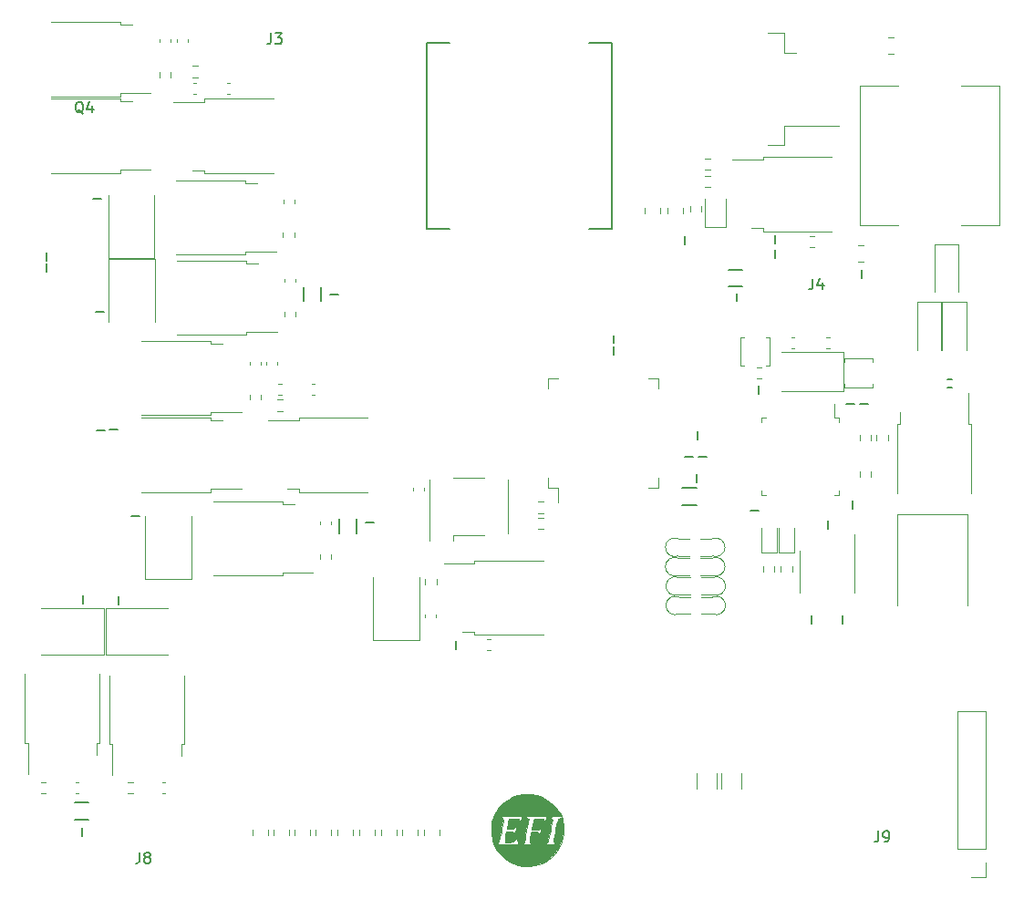
<source format=gbr>
%TF.GenerationSoftware,KiCad,Pcbnew,7.0.1*%
%TF.CreationDate,2024-06-21T04:11:25+03:00*%
%TF.ProjectId,_____ GDI,1f3b3042-3020-4474-9449-2e6b69636164,rev?*%
%TF.SameCoordinates,Original*%
%TF.FileFunction,Legend,Top*%
%TF.FilePolarity,Positive*%
%FSLAX46Y46*%
G04 Gerber Fmt 4.6, Leading zero omitted, Abs format (unit mm)*
G04 Created by KiCad (PCBNEW 7.0.1) date 2024-06-21 04:11:25*
%MOMM*%
%LPD*%
G01*
G04 APERTURE LIST*
%ADD10C,0.150000*%
%ADD11C,0.120000*%
%ADD12C,0.099060*%
%ADD13C,0.200000*%
%ADD14C,0.002540*%
%ADD15C,0.203200*%
G04 APERTURE END LIST*
D10*
%TO.C,J9*%
X176666666Y-124148119D02*
X176666666Y-124862404D01*
X176666666Y-124862404D02*
X176619047Y-125005261D01*
X176619047Y-125005261D02*
X176523809Y-125100500D01*
X176523809Y-125100500D02*
X176380952Y-125148119D01*
X176380952Y-125148119D02*
X176285714Y-125148119D01*
X177190476Y-125148119D02*
X177380952Y-125148119D01*
X177380952Y-125148119D02*
X177476190Y-125100500D01*
X177476190Y-125100500D02*
X177523809Y-125052880D01*
X177523809Y-125052880D02*
X177619047Y-124910023D01*
X177619047Y-124910023D02*
X177666666Y-124719547D01*
X177666666Y-124719547D02*
X177666666Y-124338595D01*
X177666666Y-124338595D02*
X177619047Y-124243357D01*
X177619047Y-124243357D02*
X177571428Y-124195738D01*
X177571428Y-124195738D02*
X177476190Y-124148119D01*
X177476190Y-124148119D02*
X177285714Y-124148119D01*
X177285714Y-124148119D02*
X177190476Y-124195738D01*
X177190476Y-124195738D02*
X177142857Y-124243357D01*
X177142857Y-124243357D02*
X177095238Y-124338595D01*
X177095238Y-124338595D02*
X177095238Y-124576690D01*
X177095238Y-124576690D02*
X177142857Y-124671928D01*
X177142857Y-124671928D02*
X177190476Y-124719547D01*
X177190476Y-124719547D02*
X177285714Y-124767166D01*
X177285714Y-124767166D02*
X177476190Y-124767166D01*
X177476190Y-124767166D02*
X177571428Y-124719547D01*
X177571428Y-124719547D02*
X177619047Y-124671928D01*
X177619047Y-124671928D02*
X177666666Y-124576690D01*
%TO.C,J8*%
X108066666Y-126148119D02*
X108066666Y-126862404D01*
X108066666Y-126862404D02*
X108019047Y-127005261D01*
X108019047Y-127005261D02*
X107923809Y-127100500D01*
X107923809Y-127100500D02*
X107780952Y-127148119D01*
X107780952Y-127148119D02*
X107685714Y-127148119D01*
X108685714Y-126576690D02*
X108590476Y-126529071D01*
X108590476Y-126529071D02*
X108542857Y-126481452D01*
X108542857Y-126481452D02*
X108495238Y-126386214D01*
X108495238Y-126386214D02*
X108495238Y-126338595D01*
X108495238Y-126338595D02*
X108542857Y-126243357D01*
X108542857Y-126243357D02*
X108590476Y-126195738D01*
X108590476Y-126195738D02*
X108685714Y-126148119D01*
X108685714Y-126148119D02*
X108876190Y-126148119D01*
X108876190Y-126148119D02*
X108971428Y-126195738D01*
X108971428Y-126195738D02*
X109019047Y-126243357D01*
X109019047Y-126243357D02*
X109066666Y-126338595D01*
X109066666Y-126338595D02*
X109066666Y-126386214D01*
X109066666Y-126386214D02*
X109019047Y-126481452D01*
X109019047Y-126481452D02*
X108971428Y-126529071D01*
X108971428Y-126529071D02*
X108876190Y-126576690D01*
X108876190Y-126576690D02*
X108685714Y-126576690D01*
X108685714Y-126576690D02*
X108590476Y-126624309D01*
X108590476Y-126624309D02*
X108542857Y-126671928D01*
X108542857Y-126671928D02*
X108495238Y-126767166D01*
X108495238Y-126767166D02*
X108495238Y-126957642D01*
X108495238Y-126957642D02*
X108542857Y-127052880D01*
X108542857Y-127052880D02*
X108590476Y-127100500D01*
X108590476Y-127100500D02*
X108685714Y-127148119D01*
X108685714Y-127148119D02*
X108876190Y-127148119D01*
X108876190Y-127148119D02*
X108971428Y-127100500D01*
X108971428Y-127100500D02*
X109019047Y-127052880D01*
X109019047Y-127052880D02*
X109066666Y-126957642D01*
X109066666Y-126957642D02*
X109066666Y-126767166D01*
X109066666Y-126767166D02*
X109019047Y-126671928D01*
X109019047Y-126671928D02*
X108971428Y-126624309D01*
X108971428Y-126624309D02*
X108876190Y-126576690D01*
%TO.C,J4*%
X170566666Y-72848119D02*
X170566666Y-73562404D01*
X170566666Y-73562404D02*
X170519047Y-73705261D01*
X170519047Y-73705261D02*
X170423809Y-73800500D01*
X170423809Y-73800500D02*
X170280952Y-73848119D01*
X170280952Y-73848119D02*
X170185714Y-73848119D01*
X171471428Y-73181452D02*
X171471428Y-73848119D01*
X171233333Y-72800500D02*
X170995238Y-73514785D01*
X170995238Y-73514785D02*
X171614285Y-73514785D01*
%TO.C,J3*%
X120266666Y-50048119D02*
X120266666Y-50762404D01*
X120266666Y-50762404D02*
X120219047Y-50905261D01*
X120219047Y-50905261D02*
X120123809Y-51000500D01*
X120123809Y-51000500D02*
X119980952Y-51048119D01*
X119980952Y-51048119D02*
X119885714Y-51048119D01*
X120647619Y-50048119D02*
X121266666Y-50048119D01*
X121266666Y-50048119D02*
X120933333Y-50429071D01*
X120933333Y-50429071D02*
X121076190Y-50429071D01*
X121076190Y-50429071D02*
X121171428Y-50476690D01*
X121171428Y-50476690D02*
X121219047Y-50524309D01*
X121219047Y-50524309D02*
X121266666Y-50619547D01*
X121266666Y-50619547D02*
X121266666Y-50857642D01*
X121266666Y-50857642D02*
X121219047Y-50952880D01*
X121219047Y-50952880D02*
X121171428Y-51000500D01*
X121171428Y-51000500D02*
X121076190Y-51048119D01*
X121076190Y-51048119D02*
X120790476Y-51048119D01*
X120790476Y-51048119D02*
X120695238Y-51000500D01*
X120695238Y-51000500D02*
X120647619Y-50952880D01*
%TO.C,Q4*%
X102844761Y-57527857D02*
X102749523Y-57480238D01*
X102749523Y-57480238D02*
X102654285Y-57385000D01*
X102654285Y-57385000D02*
X102511428Y-57242142D01*
X102511428Y-57242142D02*
X102416190Y-57194523D01*
X102416190Y-57194523D02*
X102320952Y-57194523D01*
X102368571Y-57432619D02*
X102273333Y-57385000D01*
X102273333Y-57385000D02*
X102178095Y-57289761D01*
X102178095Y-57289761D02*
X102130476Y-57099285D01*
X102130476Y-57099285D02*
X102130476Y-56765952D01*
X102130476Y-56765952D02*
X102178095Y-56575476D01*
X102178095Y-56575476D02*
X102273333Y-56480238D01*
X102273333Y-56480238D02*
X102368571Y-56432619D01*
X102368571Y-56432619D02*
X102559047Y-56432619D01*
X102559047Y-56432619D02*
X102654285Y-56480238D01*
X102654285Y-56480238D02*
X102749523Y-56575476D01*
X102749523Y-56575476D02*
X102797142Y-56765952D01*
X102797142Y-56765952D02*
X102797142Y-57099285D01*
X102797142Y-57099285D02*
X102749523Y-57289761D01*
X102749523Y-57289761D02*
X102654285Y-57385000D01*
X102654285Y-57385000D02*
X102559047Y-57432619D01*
X102559047Y-57432619D02*
X102368571Y-57432619D01*
X103654285Y-56765952D02*
X103654285Y-57432619D01*
X103416190Y-56385000D02*
X103178095Y-57099285D01*
X103178095Y-57099285D02*
X103797142Y-57099285D01*
D11*
%TO.C,C90*%
X178061252Y-51935000D02*
X177538748Y-51935000D01*
X178061252Y-50465000D02*
X177538748Y-50465000D01*
%TO.C,D15*%
X114670000Y-92670000D02*
X114670000Y-92400000D01*
X114670000Y-92400000D02*
X117500000Y-92400000D01*
X114670000Y-86040000D02*
X115770000Y-86040000D01*
X114670000Y-85770000D02*
X114670000Y-86040000D01*
X108250000Y-92670000D02*
X114670000Y-92670000D01*
X108250000Y-85770000D02*
X114670000Y-85770000D01*
%TO.C,P2*%
X176130000Y-80270000D02*
X173470000Y-80270000D01*
X173470000Y-80564462D02*
X173470000Y-80270000D01*
X176130000Y-80575627D02*
X176130000Y-80270000D01*
X173470000Y-82624373D02*
X173470000Y-82930000D01*
X176130000Y-82635538D02*
X176130000Y-82930000D01*
X173470000Y-82930000D02*
X176130000Y-82930000D01*
D12*
%TO.C,R115*%
X158126001Y-98800000D02*
X159142001Y-98800000D01*
X159142001Y-100400000D02*
X158126001Y-100400000D01*
X160158001Y-98800000D02*
X161174001Y-98800000D01*
X161174001Y-100400000D02*
X160158001Y-100400000D01*
D11*
X158075001Y-98800000D02*
G75*
G03*
X158066399Y-100403494I-330000J-800000D01*
G01*
X161229001Y-100401638D02*
G75*
G03*
X161225001Y-98800000I326000J801638D01*
G01*
%TO.C,R120*%
X161037258Y-62722500D02*
X160562742Y-62722500D01*
X161037258Y-61677500D02*
X160562742Y-61677500D01*
D13*
%TO.C,C66*%
X125750014Y-74299980D02*
X126499999Y-74299980D01*
D11*
%TO.C,Q10*%
X105285000Y-116095000D02*
X105555000Y-116095000D01*
X105555000Y-116095000D02*
X105555000Y-118925000D01*
X111915000Y-116095000D02*
X111915000Y-117195000D01*
X112185000Y-116095000D02*
X111915000Y-116095000D01*
X105285000Y-109675000D02*
X105285000Y-116095000D01*
X112185000Y-109675000D02*
X112185000Y-116095000D01*
D13*
%TO.C,R88*%
X124900000Y-73650000D02*
X124902928Y-74950000D01*
X123300000Y-73650000D02*
X123300000Y-74950000D01*
D11*
%TO.C,Q11*%
X97425000Y-115995000D02*
X97695000Y-115995000D01*
X97695000Y-115995000D02*
X97695000Y-118825000D01*
X104055000Y-115995000D02*
X104055000Y-117095000D01*
X104325000Y-115995000D02*
X104055000Y-115995000D01*
X97425000Y-109575000D02*
X97425000Y-115995000D01*
X104325000Y-109575000D02*
X104325000Y-115995000D01*
%TO.C,R126*%
X161610000Y-118772936D02*
X161610000Y-120227064D01*
X159790000Y-118772936D02*
X159790000Y-120227064D01*
%TO.C,R131*%
X161037258Y-64322500D02*
X160562742Y-64322500D01*
X161037258Y-63277500D02*
X160562742Y-63277500D01*
%TO.C,R116*%
X145537258Y-94622500D02*
X145062742Y-94622500D01*
X145537258Y-93577500D02*
X145062742Y-93577500D01*
D13*
%TO.C,C73*%
X174300000Y-94249986D02*
X174300000Y-93500001D01*
D11*
%TO.C,U7*%
X172990000Y-85740000D02*
X172540000Y-85740000D01*
X172540000Y-85740000D02*
X172540000Y-84450000D01*
X165770000Y-85740000D02*
X166220000Y-85740000D01*
X172990000Y-86190000D02*
X172990000Y-85740000D01*
X165770000Y-86190000D02*
X165770000Y-85740000D01*
X172990000Y-92510000D02*
X172990000Y-92960000D01*
X165770000Y-92510000D02*
X165770000Y-92960000D01*
X172990000Y-92960000D02*
X172540000Y-92960000D01*
X165770000Y-92960000D02*
X166220000Y-92960000D01*
D13*
%TO.C,R119*%
X159750000Y-93900000D02*
X158450000Y-93902928D01*
X159750000Y-92300000D02*
X158450000Y-92300000D01*
D11*
%TO.C,C62*%
X125860000Y-95409420D02*
X125860000Y-95690580D01*
X124840000Y-95409420D02*
X124840000Y-95690580D01*
%TO.C,R128*%
X122415000Y-124514564D02*
X122415000Y-124060436D01*
X123885000Y-124514564D02*
X123885000Y-124060436D01*
%TO.C,R123*%
X159177500Y-66587258D02*
X159177500Y-66112742D01*
X160222500Y-66587258D02*
X160222500Y-66112742D01*
%TO.C,R104*%
X106992742Y-119602500D02*
X107467258Y-119602500D01*
X106992742Y-120647500D02*
X107467258Y-120647500D01*
D13*
%TO.C,C74*%
X165500000Y-82800014D02*
X165500000Y-83549999D01*
D10*
%TO.C,L2*%
X151909000Y-50991000D02*
X151909000Y-68209000D01*
X149760000Y-50991000D02*
X151909000Y-50991000D01*
X136840000Y-50991000D02*
X134691000Y-50991000D01*
X134691000Y-50991000D02*
X134691000Y-68209000D01*
X151909000Y-68209000D02*
X149760000Y-68209000D01*
X134691000Y-68209000D02*
X136840000Y-68209000D01*
D11*
%TO.C,R101*%
X121502500Y-76387258D02*
X121502500Y-75912742D01*
X122547500Y-76387258D02*
X122547500Y-75912742D01*
%TO.C,R130*%
X126415000Y-124514564D02*
X126415000Y-124060436D01*
X127885000Y-124514564D02*
X127885000Y-124060436D01*
%TO.C,C67*%
X119840000Y-80865580D02*
X119840000Y-80584420D01*
X120860000Y-80865580D02*
X120860000Y-80584420D01*
%TO.C,D3*%
X184810000Y-75040000D02*
X182590000Y-75040000D01*
X182590000Y-75040000D02*
X182590000Y-79450000D01*
X184810000Y-79450000D02*
X184810000Y-75040000D01*
%TO.C,D14*%
X106245000Y-63025000D02*
X106245000Y-62755000D01*
X106245000Y-62755000D02*
X109075000Y-62755000D01*
X106245000Y-56395000D02*
X107345000Y-56395000D01*
X106245000Y-56125000D02*
X106245000Y-56395000D01*
X99825000Y-63025000D02*
X106245000Y-63025000D01*
X99825000Y-56125000D02*
X106245000Y-56125000D01*
%TO.C,Q6*%
X117895000Y-70625000D02*
X117895000Y-70355000D01*
X117895000Y-70355000D02*
X120725000Y-70355000D01*
X117895000Y-63995000D02*
X118995000Y-63995000D01*
X117895000Y-63725000D02*
X117895000Y-63995000D01*
X111475000Y-70625000D02*
X117895000Y-70625000D01*
X111475000Y-63725000D02*
X117895000Y-63725000D01*
D13*
%TO.C,C75*%
X174429986Y-84500000D02*
X173680001Y-84500000D01*
%TO.C,C71*%
X129050014Y-95500000D02*
X129799999Y-95500000D01*
%TO.C,C45*%
X137450000Y-106475014D02*
X137450000Y-107224999D01*
D11*
%TO.C,C94*%
X158535000Y-66238748D02*
X158535000Y-66761252D01*
X157065000Y-66238748D02*
X157065000Y-66761252D01*
%TO.C,R124*%
X163910000Y-118772936D02*
X163910000Y-120227064D01*
X162090000Y-118772936D02*
X162090000Y-120227064D01*
%TO.C,D16*%
X105150000Y-70910000D02*
X109450000Y-70910000D01*
X105150000Y-70910000D02*
X105150000Y-65100000D01*
X109450000Y-70910000D02*
X109450000Y-65100000D01*
D13*
%TO.C,C93*%
X158700000Y-69669986D02*
X158700000Y-68920001D01*
D11*
%TO.C,R85*%
X174907500Y-87837258D02*
X174907500Y-87362742D01*
X175952500Y-87837258D02*
X175952500Y-87362742D01*
D13*
%TO.C,C4*%
X172000000Y-96049986D02*
X172000000Y-95300001D01*
D11*
%TO.C,C53*%
X113335580Y-55735000D02*
X113054420Y-55735000D01*
X113335580Y-54715000D02*
X113054420Y-54715000D01*
%TO.C,C68*%
X124340580Y-83610000D02*
X124059420Y-83610000D01*
X124340580Y-82590000D02*
X124059420Y-82590000D01*
D13*
%TO.C,R90*%
X128175000Y-95175000D02*
X128177928Y-96475000D01*
X126575000Y-95175000D02*
X126575000Y-96475000D01*
D11*
%TO.C,R135*%
X134465000Y-124514564D02*
X134465000Y-124060436D01*
X135935000Y-124514564D02*
X135935000Y-124060436D01*
%TO.C,C55*%
X122535000Y-72884420D02*
X122535000Y-73165580D01*
X121515000Y-72884420D02*
X121515000Y-73165580D01*
D13*
%TO.C,C39*%
X103750014Y-65400000D02*
X104499999Y-65400000D01*
%TO.C,C44*%
X102800000Y-103049986D02*
X102800000Y-102300001D01*
D11*
%TO.C,Q7*%
X117970000Y-78050000D02*
X117970000Y-77780000D01*
X117970000Y-77780000D02*
X120800000Y-77780000D01*
X117970000Y-71420000D02*
X119070000Y-71420000D01*
X117970000Y-71150000D02*
X117970000Y-71420000D01*
X111550000Y-78050000D02*
X117970000Y-78050000D01*
X111550000Y-71150000D02*
X117970000Y-71150000D01*
%TO.C,G1*%
D14*
X145715440Y-125240460D02*
X145723060Y-125298880D01*
X145862760Y-125344600D01*
X146119300Y-125367460D01*
X146215820Y-125370000D01*
X146487600Y-125357300D01*
X146670480Y-125324280D01*
X146723820Y-125286180D01*
X146655240Y-125209980D01*
X146596820Y-125199820D01*
X146535860Y-125194740D01*
X146497760Y-125164260D01*
X146487600Y-125082980D01*
X146502840Y-124922960D01*
X146546020Y-124661340D01*
X146622220Y-124272720D01*
X146673020Y-124018720D01*
X146777160Y-123536120D01*
X146873680Y-123205920D01*
X146954960Y-123035740D01*
X146985440Y-123012880D01*
X147132760Y-122918900D01*
X147163240Y-122883340D01*
X147226740Y-122875720D01*
X147300400Y-123007800D01*
X147374060Y-123249100D01*
X147435020Y-123566600D01*
X147452800Y-123703760D01*
X147450260Y-124399720D01*
X147295320Y-125090600D01*
X146995600Y-125743380D01*
X146566340Y-126319960D01*
X146413940Y-126477440D01*
X145900860Y-126894000D01*
X145375080Y-127170860D01*
X144788340Y-127325800D01*
X144227000Y-127374060D01*
X143632640Y-127368980D01*
X143172900Y-127300400D01*
X143043360Y-127264840D01*
X142365180Y-126962580D01*
X141778440Y-126518080D01*
X141280600Y-125931340D01*
X140991040Y-125446200D01*
X140912891Y-125286180D01*
X141179000Y-125286180D01*
X141234880Y-125324280D01*
X141450780Y-125352220D01*
X141821620Y-125367460D01*
X142146740Y-125370000D01*
X143167820Y-125370000D01*
X143167820Y-125286180D01*
X143508180Y-125286180D01*
X143584380Y-125329360D01*
X143785040Y-125359840D01*
X144016180Y-125370000D01*
X144285420Y-125357300D01*
X144468300Y-125324280D01*
X144524180Y-125286180D01*
X144453060Y-125212520D01*
X144387020Y-125199820D01*
X144305740Y-125174420D01*
X144280340Y-125067740D01*
X144303200Y-124841680D01*
X144308280Y-124808660D01*
X144354000Y-124547040D01*
X144397180Y-124348920D01*
X144412420Y-124300660D01*
X144508940Y-124229540D01*
X144684200Y-124188900D01*
X144874700Y-124188900D01*
X145006780Y-124227000D01*
X145032180Y-124270180D01*
X145072820Y-124359080D01*
X145166800Y-124341300D01*
X145265860Y-124237160D01*
X145309040Y-124120320D01*
X145329360Y-123906960D01*
X145278560Y-123846000D01*
X145182040Y-123914580D01*
X145032180Y-123983160D01*
X144808660Y-124013640D01*
X144790880Y-124016180D01*
X144501320Y-124016180D01*
X144559740Y-123574220D01*
X144600380Y-123312600D01*
X144641020Y-123122100D01*
X144658800Y-123066220D01*
X144760400Y-123030660D01*
X144978840Y-123005260D01*
X145171880Y-123000180D01*
X145441120Y-123007800D01*
X145573200Y-123038280D01*
X145601140Y-123099240D01*
X145593520Y-123124640D01*
X145603680Y-123236400D01*
X145659560Y-123254180D01*
X145751000Y-123177980D01*
X145809420Y-123002720D01*
X145811960Y-123000180D01*
X145847520Y-122746180D01*
X144889940Y-122746180D01*
X144465760Y-122748720D01*
X144183820Y-122761420D01*
X144018720Y-122786820D01*
X143945060Y-122827460D01*
X143929820Y-122873180D01*
X143998400Y-122984940D01*
X144056820Y-123000180D01*
X144115240Y-122995100D01*
X144153340Y-123002720D01*
X144168580Y-123045900D01*
X144160960Y-123150040D01*
X144125400Y-123345620D01*
X144064440Y-123652960D01*
X143973000Y-124100000D01*
X143891720Y-124496240D01*
X143825680Y-124828980D01*
X143779960Y-125062660D01*
X143762180Y-125166800D01*
X143762180Y-125169340D01*
X143691060Y-125197280D01*
X143635180Y-125199820D01*
X143561520Y-125227760D01*
X143520880Y-125245540D01*
X143508180Y-125286180D01*
X143167820Y-125286180D01*
X143167820Y-125116000D01*
X143129720Y-124912800D01*
X143040820Y-124862000D01*
X142929060Y-124925500D01*
X142913820Y-124981380D01*
X142840160Y-125049960D01*
X142654740Y-125118540D01*
X142421060Y-125171880D01*
X142195000Y-125199820D01*
X142037520Y-125187120D01*
X142009580Y-125169340D01*
X141994340Y-125067740D01*
X142001960Y-124849300D01*
X142022280Y-124653720D01*
X142080700Y-124183820D01*
X142413440Y-124183820D01*
X142621720Y-124204140D01*
X142738560Y-124257480D01*
X142746180Y-124275260D01*
X142779200Y-124359080D01*
X142855400Y-124323520D01*
X142944300Y-124204140D01*
X143007800Y-124031420D01*
X143007800Y-124028880D01*
X143025580Y-123835840D01*
X142969700Y-123762180D01*
X142946840Y-123762180D01*
X142840160Y-123810440D01*
X142830000Y-123846000D01*
X142753800Y-123899340D01*
X142568380Y-123929820D01*
X142504880Y-123929820D01*
X142182300Y-123929820D01*
X142266120Y-123465000D01*
X142349940Y-122997640D01*
X142852860Y-123000180D01*
X143134800Y-123005260D01*
X143279580Y-123033200D01*
X143315140Y-123091620D01*
X143307520Y-123127180D01*
X143317680Y-123236400D01*
X143373560Y-123254180D01*
X143465000Y-123177980D01*
X143523420Y-123002720D01*
X143525960Y-123000180D01*
X143561520Y-122746180D01*
X142603940Y-122746180D01*
X142179760Y-122748720D01*
X141897820Y-122761420D01*
X141732720Y-122786820D01*
X141659060Y-122827460D01*
X141643820Y-122873180D01*
X141712400Y-122982400D01*
X141775900Y-123000180D01*
X141872420Y-123056060D01*
X141867340Y-123147500D01*
X141834320Y-123287200D01*
X141775900Y-123553900D01*
X141704780Y-123904420D01*
X141636200Y-124247320D01*
X141534600Y-124724840D01*
X141443160Y-125039800D01*
X141366960Y-125187120D01*
X141341560Y-125199820D01*
X141201860Y-125258240D01*
X141179000Y-125286180D01*
X140912891Y-125286180D01*
X140884360Y-125227760D01*
X140815780Y-125029640D01*
X140777680Y-124808660D01*
X140759900Y-124519100D01*
X140754820Y-124110160D01*
X140754820Y-124056820D01*
X140759900Y-123632640D01*
X140775140Y-123327840D01*
X140813240Y-123096700D01*
X140879280Y-122888420D01*
X140983420Y-122657280D01*
X140998660Y-122631880D01*
X141331400Y-122103560D01*
X141783520Y-121605720D01*
X142301680Y-121194240D01*
X142624260Y-121006280D01*
X142863020Y-120897060D01*
X143068760Y-120823400D01*
X143294820Y-120782760D01*
X143584380Y-120762440D01*
X143990780Y-120757360D01*
X144059360Y-120757360D01*
X144478460Y-120759900D01*
X144780720Y-120775140D01*
X145009320Y-120810700D01*
X145217600Y-120876740D01*
X145453820Y-120983420D01*
X145540180Y-121026600D01*
X146076120Y-121364420D01*
X146579040Y-121811460D01*
X146987980Y-122316920D01*
X147056560Y-122428680D01*
X147247060Y-122746180D01*
X146739060Y-122746180D01*
X146426640Y-122758880D01*
X146248840Y-122804600D01*
X146185340Y-122870640D01*
X146200580Y-122979860D01*
X146271700Y-122997640D01*
X146363140Y-123040820D01*
X146365680Y-123193220D01*
X146358060Y-123231320D01*
X146322500Y-123414200D01*
X146269160Y-123713920D01*
X146200580Y-124082220D01*
X146162480Y-124303200D01*
X146083740Y-124704520D01*
X146015160Y-124966140D01*
X145946580Y-125116000D01*
X145870380Y-125176960D01*
X145860220Y-125179500D01*
X145847520Y-125184580D01*
X145715440Y-125240460D01*
G36*
X145715440Y-125240460D02*
G01*
X145723060Y-125298880D01*
X145862760Y-125344600D01*
X146119300Y-125367460D01*
X146215820Y-125370000D01*
X146487600Y-125357300D01*
X146670480Y-125324280D01*
X146723820Y-125286180D01*
X146655240Y-125209980D01*
X146596820Y-125199820D01*
X146535860Y-125194740D01*
X146497760Y-125164260D01*
X146487600Y-125082980D01*
X146502840Y-124922960D01*
X146546020Y-124661340D01*
X146622220Y-124272720D01*
X146673020Y-124018720D01*
X146777160Y-123536120D01*
X146873680Y-123205920D01*
X146954960Y-123035740D01*
X146985440Y-123012880D01*
X147132760Y-122918900D01*
X147163240Y-122883340D01*
X147226740Y-122875720D01*
X147300400Y-123007800D01*
X147374060Y-123249100D01*
X147435020Y-123566600D01*
X147452800Y-123703760D01*
X147450260Y-124399720D01*
X147295320Y-125090600D01*
X146995600Y-125743380D01*
X146566340Y-126319960D01*
X146413940Y-126477440D01*
X145900860Y-126894000D01*
X145375080Y-127170860D01*
X144788340Y-127325800D01*
X144227000Y-127374060D01*
X143632640Y-127368980D01*
X143172900Y-127300400D01*
X143043360Y-127264840D01*
X142365180Y-126962580D01*
X141778440Y-126518080D01*
X141280600Y-125931340D01*
X140991040Y-125446200D01*
X140912891Y-125286180D01*
X141179000Y-125286180D01*
X141234880Y-125324280D01*
X141450780Y-125352220D01*
X141821620Y-125367460D01*
X142146740Y-125370000D01*
X143167820Y-125370000D01*
X143167820Y-125286180D01*
X143508180Y-125286180D01*
X143584380Y-125329360D01*
X143785040Y-125359840D01*
X144016180Y-125370000D01*
X144285420Y-125357300D01*
X144468300Y-125324280D01*
X144524180Y-125286180D01*
X144453060Y-125212520D01*
X144387020Y-125199820D01*
X144305740Y-125174420D01*
X144280340Y-125067740D01*
X144303200Y-124841680D01*
X144308280Y-124808660D01*
X144354000Y-124547040D01*
X144397180Y-124348920D01*
X144412420Y-124300660D01*
X144508940Y-124229540D01*
X144684200Y-124188900D01*
X144874700Y-124188900D01*
X145006780Y-124227000D01*
X145032180Y-124270180D01*
X145072820Y-124359080D01*
X145166800Y-124341300D01*
X145265860Y-124237160D01*
X145309040Y-124120320D01*
X145329360Y-123906960D01*
X145278560Y-123846000D01*
X145182040Y-123914580D01*
X145032180Y-123983160D01*
X144808660Y-124013640D01*
X144790880Y-124016180D01*
X144501320Y-124016180D01*
X144559740Y-123574220D01*
X144600380Y-123312600D01*
X144641020Y-123122100D01*
X144658800Y-123066220D01*
X144760400Y-123030660D01*
X144978840Y-123005260D01*
X145171880Y-123000180D01*
X145441120Y-123007800D01*
X145573200Y-123038280D01*
X145601140Y-123099240D01*
X145593520Y-123124640D01*
X145603680Y-123236400D01*
X145659560Y-123254180D01*
X145751000Y-123177980D01*
X145809420Y-123002720D01*
X145811960Y-123000180D01*
X145847520Y-122746180D01*
X144889940Y-122746180D01*
X144465760Y-122748720D01*
X144183820Y-122761420D01*
X144018720Y-122786820D01*
X143945060Y-122827460D01*
X143929820Y-122873180D01*
X143998400Y-122984940D01*
X144056820Y-123000180D01*
X144115240Y-122995100D01*
X144153340Y-123002720D01*
X144168580Y-123045900D01*
X144160960Y-123150040D01*
X144125400Y-123345620D01*
X144064440Y-123652960D01*
X143973000Y-124100000D01*
X143891720Y-124496240D01*
X143825680Y-124828980D01*
X143779960Y-125062660D01*
X143762180Y-125166800D01*
X143762180Y-125169340D01*
X143691060Y-125197280D01*
X143635180Y-125199820D01*
X143561520Y-125227760D01*
X143520880Y-125245540D01*
X143508180Y-125286180D01*
X143167820Y-125286180D01*
X143167820Y-125116000D01*
X143129720Y-124912800D01*
X143040820Y-124862000D01*
X142929060Y-124925500D01*
X142913820Y-124981380D01*
X142840160Y-125049960D01*
X142654740Y-125118540D01*
X142421060Y-125171880D01*
X142195000Y-125199820D01*
X142037520Y-125187120D01*
X142009580Y-125169340D01*
X141994340Y-125067740D01*
X142001960Y-124849300D01*
X142022280Y-124653720D01*
X142080700Y-124183820D01*
X142413440Y-124183820D01*
X142621720Y-124204140D01*
X142738560Y-124257480D01*
X142746180Y-124275260D01*
X142779200Y-124359080D01*
X142855400Y-124323520D01*
X142944300Y-124204140D01*
X143007800Y-124031420D01*
X143007800Y-124028880D01*
X143025580Y-123835840D01*
X142969700Y-123762180D01*
X142946840Y-123762180D01*
X142840160Y-123810440D01*
X142830000Y-123846000D01*
X142753800Y-123899340D01*
X142568380Y-123929820D01*
X142504880Y-123929820D01*
X142182300Y-123929820D01*
X142266120Y-123465000D01*
X142349940Y-122997640D01*
X142852860Y-123000180D01*
X143134800Y-123005260D01*
X143279580Y-123033200D01*
X143315140Y-123091620D01*
X143307520Y-123127180D01*
X143317680Y-123236400D01*
X143373560Y-123254180D01*
X143465000Y-123177980D01*
X143523420Y-123002720D01*
X143525960Y-123000180D01*
X143561520Y-122746180D01*
X142603940Y-122746180D01*
X142179760Y-122748720D01*
X141897820Y-122761420D01*
X141732720Y-122786820D01*
X141659060Y-122827460D01*
X141643820Y-122873180D01*
X141712400Y-122982400D01*
X141775900Y-123000180D01*
X141872420Y-123056060D01*
X141867340Y-123147500D01*
X141834320Y-123287200D01*
X141775900Y-123553900D01*
X141704780Y-123904420D01*
X141636200Y-124247320D01*
X141534600Y-124724840D01*
X141443160Y-125039800D01*
X141366960Y-125187120D01*
X141341560Y-125199820D01*
X141201860Y-125258240D01*
X141179000Y-125286180D01*
X140912891Y-125286180D01*
X140884360Y-125227760D01*
X140815780Y-125029640D01*
X140777680Y-124808660D01*
X140759900Y-124519100D01*
X140754820Y-124110160D01*
X140754820Y-124056820D01*
X140759900Y-123632640D01*
X140775140Y-123327840D01*
X140813240Y-123096700D01*
X140879280Y-122888420D01*
X140983420Y-122657280D01*
X140998660Y-122631880D01*
X141331400Y-122103560D01*
X141783520Y-121605720D01*
X142301680Y-121194240D01*
X142624260Y-121006280D01*
X142863020Y-120897060D01*
X143068760Y-120823400D01*
X143294820Y-120782760D01*
X143584380Y-120762440D01*
X143990780Y-120757360D01*
X144059360Y-120757360D01*
X144478460Y-120759900D01*
X144780720Y-120775140D01*
X145009320Y-120810700D01*
X145217600Y-120876740D01*
X145453820Y-120983420D01*
X145540180Y-121026600D01*
X146076120Y-121364420D01*
X146579040Y-121811460D01*
X146987980Y-122316920D01*
X147056560Y-122428680D01*
X147247060Y-122746180D01*
X146739060Y-122746180D01*
X146426640Y-122758880D01*
X146248840Y-122804600D01*
X146185340Y-122870640D01*
X146200580Y-122979860D01*
X146271700Y-122997640D01*
X146363140Y-123040820D01*
X146365680Y-123193220D01*
X146358060Y-123231320D01*
X146322500Y-123414200D01*
X146269160Y-123713920D01*
X146200580Y-124082220D01*
X146162480Y-124303200D01*
X146083740Y-124704520D01*
X146015160Y-124966140D01*
X145946580Y-125116000D01*
X145870380Y-125176960D01*
X145860220Y-125179500D01*
X145847520Y-125184580D01*
X145715440Y-125240460D01*
G37*
D11*
%TO.C,R129*%
X124365000Y-124514564D02*
X124365000Y-124060436D01*
X125835000Y-124514564D02*
X125835000Y-124060436D01*
%TO.C,D19*%
X104715000Y-107775000D02*
X104715000Y-103475000D01*
X104715000Y-107775000D02*
X98905000Y-107775000D01*
X104715000Y-103475000D02*
X98905000Y-103475000D01*
%TO.C,R134*%
X132415000Y-124514564D02*
X132415000Y-124060436D01*
X133885000Y-124514564D02*
X133885000Y-124060436D01*
%TO.C,C70*%
X140615580Y-107310000D02*
X140334420Y-107310000D01*
X140615580Y-106290000D02*
X140334420Y-106290000D01*
%TO.C,Q9*%
X122830000Y-85770000D02*
X122830000Y-86040000D01*
X122830000Y-86040000D02*
X120000000Y-86040000D01*
X122830000Y-92400000D02*
X121730000Y-92400000D01*
X122830000Y-92670000D02*
X122830000Y-92400000D01*
X129250000Y-85770000D02*
X122830000Y-85770000D01*
X129250000Y-92670000D02*
X122830000Y-92670000D01*
%TO.C,R132*%
X128465000Y-124514564D02*
X128465000Y-124060436D01*
X129935000Y-124514564D02*
X129935000Y-124060436D01*
D13*
%TO.C,C37*%
X99390001Y-70400014D02*
X99390001Y-71149999D01*
%TO.C,C87*%
X159800000Y-91749986D02*
X159800000Y-91000001D01*
D11*
%TO.C,R105*%
X98892742Y-119602500D02*
X99367258Y-119602500D01*
X98892742Y-120647500D02*
X99367258Y-120647500D01*
%TO.C,D1*%
X184110000Y-69640000D02*
X181890000Y-69640000D01*
X181890000Y-69640000D02*
X181890000Y-74050000D01*
X184110000Y-74050000D02*
X184110000Y-69640000D01*
%TO.C,J5*%
X186630000Y-128410000D02*
X185300000Y-128410000D01*
X186630000Y-127080000D02*
X186630000Y-128410000D01*
X186630000Y-125810000D02*
X186630000Y-113050000D01*
X186630000Y-125810000D02*
X183970000Y-125810000D01*
X186630000Y-113050000D02*
X183970000Y-113050000D01*
X183970000Y-125810000D02*
X183970000Y-113050000D01*
D15*
%TO.C,R19*%
X183098944Y-82970840D02*
X183498943Y-82970851D01*
X183100000Y-82225005D02*
X183500000Y-82225015D01*
D11*
%TO.C,D26*%
X167875000Y-60460000D02*
X167875000Y-58650000D01*
X167875000Y-58650000D02*
X173000000Y-58650000D01*
X167875000Y-51870000D02*
X168975000Y-51870000D01*
X167875000Y-50060000D02*
X167875000Y-51870000D01*
X166375000Y-60460000D02*
X167875000Y-60460000D01*
X166375000Y-50060000D02*
X167875000Y-50060000D01*
D13*
%TO.C,C77*%
X163500000Y-74949986D02*
X163500000Y-74200001D01*
D11*
%TO.C,D4*%
X184930000Y-94690000D02*
X184930000Y-103200000D01*
X178430000Y-94690000D02*
X184930000Y-94690000D01*
X178430000Y-94690000D02*
X178430000Y-103200000D01*
%TO.C,Q5*%
X114050000Y-56150000D02*
X114050000Y-56420000D01*
X114050000Y-56420000D02*
X111220000Y-56420000D01*
X114050000Y-62780000D02*
X112950000Y-62780000D01*
X114050000Y-63050000D02*
X114050000Y-62780000D01*
X120470000Y-56150000D02*
X114050000Y-56150000D01*
X120470000Y-63050000D02*
X114050000Y-63050000D01*
%TO.C,R127*%
X120465000Y-124514564D02*
X120465000Y-124060436D01*
X121935000Y-124514564D02*
X121935000Y-124060436D01*
D13*
%TO.C,C40*%
X104749986Y-75900000D02*
X104000001Y-75900000D01*
D11*
%TO.C,R100*%
X121377500Y-69012258D02*
X121377500Y-68537742D01*
X122422500Y-69012258D02*
X122422500Y-68537742D01*
%TO.C,Y3*%
X173380000Y-83300000D02*
X173380000Y-79700000D01*
X173380000Y-79700000D02*
X167630000Y-79700000D01*
X167630000Y-83300000D02*
X173380000Y-83300000D01*
%TO.C,C64*%
X111510000Y-50865580D02*
X111510000Y-50584420D01*
X112530000Y-50865580D02*
X112530000Y-50584420D01*
D12*
%TO.C,R114*%
X158126001Y-97000000D02*
X159142001Y-97000000D01*
X159142001Y-98600000D02*
X158126001Y-98600000D01*
X160158001Y-97000000D02*
X161174001Y-97000000D01*
X161174001Y-98600000D02*
X160158001Y-98600000D01*
D11*
X158075001Y-97000000D02*
G75*
G03*
X158066399Y-98603494I-330000J-800000D01*
G01*
X161229001Y-98601638D02*
G75*
G03*
X161225001Y-97000000I326000J801638D01*
G01*
%TO.C,R98*%
X109877500Y-54137258D02*
X109877500Y-53662742D01*
X110922500Y-54137258D02*
X110922500Y-53662742D01*
%TO.C,R118*%
X176477500Y-87837258D02*
X176477500Y-87362742D01*
X177522500Y-87837258D02*
X177522500Y-87362742D01*
%TO.C,R86*%
X167022500Y-99587742D02*
X167022500Y-100062258D01*
X165977500Y-99587742D02*
X165977500Y-100062258D01*
%TO.C,C60*%
X134590000Y-104315580D02*
X134590000Y-104034420D01*
X135610000Y-104315580D02*
X135610000Y-104034420D01*
%TO.C,C65*%
X116435580Y-55735000D02*
X116154420Y-55735000D01*
X116435580Y-54715000D02*
X116154420Y-54715000D01*
%TO.C,P1*%
X166530000Y-80930000D02*
X166530000Y-78270000D01*
X166235538Y-78270000D02*
X166530000Y-78270000D01*
X166224373Y-80930000D02*
X166530000Y-80930000D01*
X164175627Y-78270000D02*
X163870000Y-78270000D01*
X164164462Y-80930000D02*
X163870000Y-80930000D01*
X163870000Y-78270000D02*
X163870000Y-80930000D01*
D13*
%TO.C,C78*%
X152050000Y-79899986D02*
X152050000Y-79150001D01*
D11*
%TO.C,Q1*%
X185270000Y-86330000D02*
X185000000Y-86330000D01*
X185000000Y-86330000D02*
X185000000Y-83500000D01*
X178640000Y-86330000D02*
X178640000Y-85230000D01*
X178370000Y-86330000D02*
X178640000Y-86330000D01*
X185270000Y-92750000D02*
X185270000Y-86330000D01*
X178370000Y-92750000D02*
X178370000Y-86330000D01*
%TO.C,C54*%
X122410000Y-65534420D02*
X122410000Y-65815580D01*
X121390000Y-65534420D02*
X121390000Y-65815580D01*
D13*
%TO.C,C80*%
X152050000Y-78849986D02*
X152050000Y-78100001D01*
D11*
%TO.C,U8*%
X145990000Y-92310000D02*
X146940000Y-92310000D01*
X146940000Y-92310000D02*
X146940000Y-93650000D01*
X156210000Y-92310000D02*
X155260000Y-92310000D01*
X145990000Y-91360000D02*
X145990000Y-92310000D01*
X156210000Y-91360000D02*
X156210000Y-92310000D01*
X145990000Y-83040000D02*
X145990000Y-82090000D01*
X156210000Y-83040000D02*
X156210000Y-82090000D01*
X145990000Y-82090000D02*
X146940000Y-82090000D01*
X156210000Y-82090000D02*
X155260000Y-82090000D01*
D13*
%TO.C,C43*%
X106100000Y-102350014D02*
X106100000Y-103099999D01*
D11*
%TO.C,R133*%
X130465000Y-124514564D02*
X130465000Y-124060436D01*
X131935000Y-124514564D02*
X131935000Y-124060436D01*
D13*
%TO.C,C76*%
X175100000Y-72070014D02*
X175100000Y-72819999D01*
D11*
%TO.C,D27*%
X160540000Y-68085000D02*
X162460000Y-68085000D01*
X162460000Y-68085000D02*
X162460000Y-65400000D01*
X160540000Y-65400000D02*
X160540000Y-68085000D01*
%TO.C,D20*%
X129750000Y-106410000D02*
X134050000Y-106410000D01*
X129750000Y-106410000D02*
X129750000Y-100600000D01*
X134050000Y-106410000D02*
X134050000Y-100600000D01*
%TO.C,C86*%
X175311252Y-71235000D02*
X174788748Y-71235000D01*
X175311252Y-69765000D02*
X174788748Y-69765000D01*
%TO.C,D2*%
X182510000Y-75040000D02*
X180290000Y-75040000D01*
X180290000Y-75040000D02*
X180290000Y-79450000D01*
X182510000Y-79450000D02*
X182510000Y-75040000D01*
%TO.C,R111*%
X167607500Y-100062258D02*
X167607500Y-99587742D01*
X168652500Y-100062258D02*
X168652500Y-99587742D01*
%TO.C,R106*%
X135622500Y-100737742D02*
X135622500Y-101212258D01*
X134577500Y-100737742D02*
X134577500Y-101212258D01*
D12*
%TO.C,R113*%
X158176000Y-100600000D02*
X159192000Y-100600000D01*
X159192000Y-102200000D02*
X158176000Y-102200000D01*
X160208000Y-100600000D02*
X161224000Y-100600000D01*
X161224000Y-102200000D02*
X160208000Y-102200000D01*
D11*
X158125000Y-100600000D02*
G75*
G03*
X158116398Y-102203494I-330000J-800000D01*
G01*
X161279000Y-102201638D02*
G75*
G03*
X161275000Y-100600000I326000J801638D01*
G01*
%TO.C,Q8*%
X114670000Y-85510000D02*
X114670000Y-85240000D01*
X114670000Y-85240000D02*
X117500000Y-85240000D01*
X114670000Y-78880000D02*
X115770000Y-78880000D01*
X114670000Y-78610000D02*
X114670000Y-78880000D01*
X108250000Y-85510000D02*
X114670000Y-85510000D01*
X108250000Y-78610000D02*
X114670000Y-78610000D01*
%TO.C,D17*%
X109475000Y-71015000D02*
X105175000Y-71015000D01*
X109475000Y-71015000D02*
X109475000Y-76825000D01*
X105175000Y-71015000D02*
X105175000Y-76825000D01*
%TO.C,Y2*%
X134960000Y-97200000D02*
X134960000Y-91500000D01*
X137160000Y-96640000D02*
X137160000Y-97200000D01*
X137160000Y-96640000D02*
X140040000Y-96640000D01*
X142240000Y-96500000D02*
X142240000Y-91500000D01*
X137160000Y-91360000D02*
X140040000Y-91360000D01*
%TO.C,R87*%
X174907500Y-91237258D02*
X174907500Y-90762742D01*
X175952500Y-91237258D02*
X175952500Y-90762742D01*
D13*
%TO.C,C79*%
X175679986Y-84500000D02*
X174930001Y-84500000D01*
D11*
%TO.C,C91*%
X133490000Y-92540580D02*
X133490000Y-92259420D01*
X134510000Y-92540580D02*
X134510000Y-92259420D01*
%TO.C,C59*%
X102420580Y-120635000D02*
X102139420Y-120635000D01*
X102420580Y-119615000D02*
X102139420Y-119615000D01*
D13*
%TO.C,C89*%
X167100000Y-68850014D02*
X167100000Y-69599999D01*
D11*
%TO.C,R103*%
X121337258Y-85122500D02*
X120862742Y-85122500D01*
X121337258Y-84077500D02*
X120862742Y-84077500D01*
D12*
%TO.C,R112*%
X158171000Y-102400000D02*
X159187000Y-102400000D01*
X159187000Y-104000000D02*
X158171000Y-104000000D01*
X160203000Y-102400000D02*
X161219000Y-102400000D01*
X161219000Y-104000000D02*
X160203000Y-104000000D01*
D11*
X158120000Y-102400000D02*
G75*
G03*
X158111398Y-104003494I-330000J-800000D01*
G01*
X161274000Y-104001638D02*
G75*
G03*
X161270000Y-102400000I326000J801638D01*
G01*
%TO.C,R125*%
X118515000Y-124514564D02*
X118515000Y-124060436D01*
X119985000Y-124514564D02*
X119985000Y-124060436D01*
%TO.C,D25*%
X167395000Y-98297500D02*
X168865000Y-98297500D01*
X168865000Y-98297500D02*
X168865000Y-96012500D01*
X167395000Y-96012500D02*
X167395000Y-98297500D01*
D13*
%TO.C,C2*%
X170435000Y-104125014D02*
X170435000Y-104874999D01*
D11*
%TO.C,C57*%
X121240580Y-83610000D02*
X120959420Y-83610000D01*
X121240580Y-82590000D02*
X120959420Y-82590000D01*
D13*
%TO.C,C41*%
X106049986Y-86890001D02*
X105300001Y-86890001D01*
%TO.C,R121*%
X162750000Y-72000000D02*
X164050000Y-71997072D01*
X162750000Y-73600000D02*
X164050000Y-73600000D01*
D11*
%TO.C,Q4*%
X106250000Y-55920000D02*
X106250000Y-55650000D01*
X106250000Y-55650000D02*
X109080000Y-55650000D01*
X106250000Y-49290000D02*
X107350000Y-49290000D01*
X106250000Y-49020000D02*
X106250000Y-49290000D01*
X99830000Y-55920000D02*
X106250000Y-55920000D01*
X99830000Y-49020000D02*
X106250000Y-49020000D01*
D13*
%TO.C,C38*%
X99400000Y-71450014D02*
X99400000Y-72199999D01*
D11*
%TO.C,R117*%
X145537258Y-96122500D02*
X145062742Y-96122500D01*
X145537258Y-95077500D02*
X145062742Y-95077500D01*
%TO.C,U1*%
X174440000Y-100050000D02*
X174440000Y-96600000D01*
X174440000Y-100050000D02*
X174440000Y-102000000D01*
X169320000Y-100050000D02*
X169320000Y-98100000D01*
X169320000Y-100050000D02*
X169320000Y-102000000D01*
D13*
%TO.C,C84*%
X159950014Y-89400000D02*
X160699999Y-89400000D01*
D11*
%TO.C,D22*%
X108600000Y-100710000D02*
X112900000Y-100710000D01*
X108600000Y-100710000D02*
X108600000Y-94900000D01*
X112900000Y-100710000D02*
X112900000Y-94900000D01*
%TO.C,C50*%
X168564420Y-78290000D02*
X168845580Y-78290000D01*
X168564420Y-79310000D02*
X168845580Y-79310000D01*
D13*
%TO.C,C1*%
X173335000Y-104125014D02*
X173335000Y-104874999D01*
%TO.C,C92*%
X167100000Y-70150014D02*
X167100000Y-70899999D01*
D11*
%TO.C,C96*%
X156435000Y-66238748D02*
X156435000Y-66761252D01*
X154965000Y-66238748D02*
X154965000Y-66761252D01*
%TO.C,C56*%
X119310000Y-80584420D02*
X119310000Y-80865580D01*
X118290000Y-80584420D02*
X118290000Y-80865580D01*
%TO.C,Q12*%
X139130000Y-99030000D02*
X139130000Y-99300000D01*
X139130000Y-99300000D02*
X136300000Y-99300000D01*
X139130000Y-105660000D02*
X138030000Y-105660000D01*
X139130000Y-105930000D02*
X139130000Y-105660000D01*
X145550000Y-99030000D02*
X139130000Y-99030000D01*
X145550000Y-105930000D02*
X139130000Y-105930000D01*
D13*
%TO.C,C72*%
X164750014Y-94400000D02*
X165499999Y-94400000D01*
D11*
%TO.C,C52*%
X110910000Y-50599420D02*
X110910000Y-50880580D01*
X109890000Y-50599420D02*
X109890000Y-50880580D01*
%TO.C,R102*%
X118277500Y-84102258D02*
X118277500Y-83627742D01*
X119322500Y-84102258D02*
X119322500Y-83627742D01*
D13*
%TO.C,R89*%
X103305000Y-123125000D02*
X102005000Y-123127928D01*
X103305000Y-121525000D02*
X102005000Y-121525000D01*
D11*
%TO.C,R99*%
X113437258Y-54147500D02*
X112962742Y-54147500D01*
X113437258Y-53102500D02*
X112962742Y-53102500D01*
%TO.C,R108*%
X124827500Y-98887258D02*
X124827500Y-98412742D01*
X125872500Y-98887258D02*
X125872500Y-98412742D01*
D13*
%TO.C,C85*%
X159850000Y-87749986D02*
X159850000Y-87000001D01*
D11*
%TO.C,D24*%
X165765000Y-98297500D02*
X167235000Y-98297500D01*
X167235000Y-98297500D02*
X167235000Y-96012500D01*
X165765000Y-96012500D02*
X165765000Y-98297500D01*
D13*
%TO.C,C47*%
X107325014Y-94875000D02*
X108074999Y-94875000D01*
D11*
%TO.C,D18*%
X104895000Y-103475000D02*
X104895000Y-107775000D01*
X104895000Y-103475000D02*
X110705000Y-103475000D01*
X104895000Y-107775000D02*
X110705000Y-107775000D01*
D13*
%TO.C,C42*%
X104849986Y-86900000D02*
X104100001Y-86900000D01*
D11*
%TO.C,Q16*%
X165930000Y-61550000D02*
X165930000Y-61820000D01*
X165930000Y-61820000D02*
X163100000Y-61820000D01*
X165930000Y-68180000D02*
X164830000Y-68180000D01*
X165930000Y-68450000D02*
X165930000Y-68180000D01*
X172350000Y-61550000D02*
X165930000Y-61550000D01*
X172350000Y-68450000D02*
X165930000Y-68450000D01*
%TO.C,C58*%
X110420580Y-120635000D02*
X110139420Y-120635000D01*
X110420580Y-119615000D02*
X110139420Y-119615000D01*
%TO.C,Q14*%
X121345000Y-100425000D02*
X121345000Y-100155000D01*
X121345000Y-100155000D02*
X124175000Y-100155000D01*
X121345000Y-93795000D02*
X122445000Y-93795000D01*
X121345000Y-93525000D02*
X121345000Y-93795000D01*
X114925000Y-100425000D02*
X121345000Y-100425000D01*
X114925000Y-93525000D02*
X121345000Y-93525000D01*
D13*
%TO.C,C82*%
X158725074Y-89400000D02*
X159475059Y-89400000D01*
D11*
%TO.C,R122*%
X170262742Y-68897500D02*
X170737258Y-68897500D01*
X170262742Y-69942500D02*
X170737258Y-69942500D01*
%TO.C,C49*%
X172120580Y-79310000D02*
X171839420Y-79310000D01*
X172120580Y-78290000D02*
X171839420Y-78290000D01*
%TO.C,L1*%
X174900000Y-67900000D02*
X174900000Y-54900000D01*
X178500000Y-67900000D02*
X174900000Y-67900000D01*
X184300000Y-67900000D02*
X187900000Y-67900000D01*
X187900000Y-67900000D02*
X187900000Y-54900000D01*
X174900000Y-54900000D02*
X178500000Y-54900000D01*
X187900000Y-54900000D02*
X184300000Y-54900000D01*
D13*
%TO.C,C69*%
X102755000Y-123875014D02*
X102755000Y-124624999D01*
D11*
%TO.C,R1*%
X165362742Y-81077500D02*
X165837258Y-81077500D01*
X165362742Y-82122500D02*
X165837258Y-82122500D01*
%TD*%
M02*

</source>
